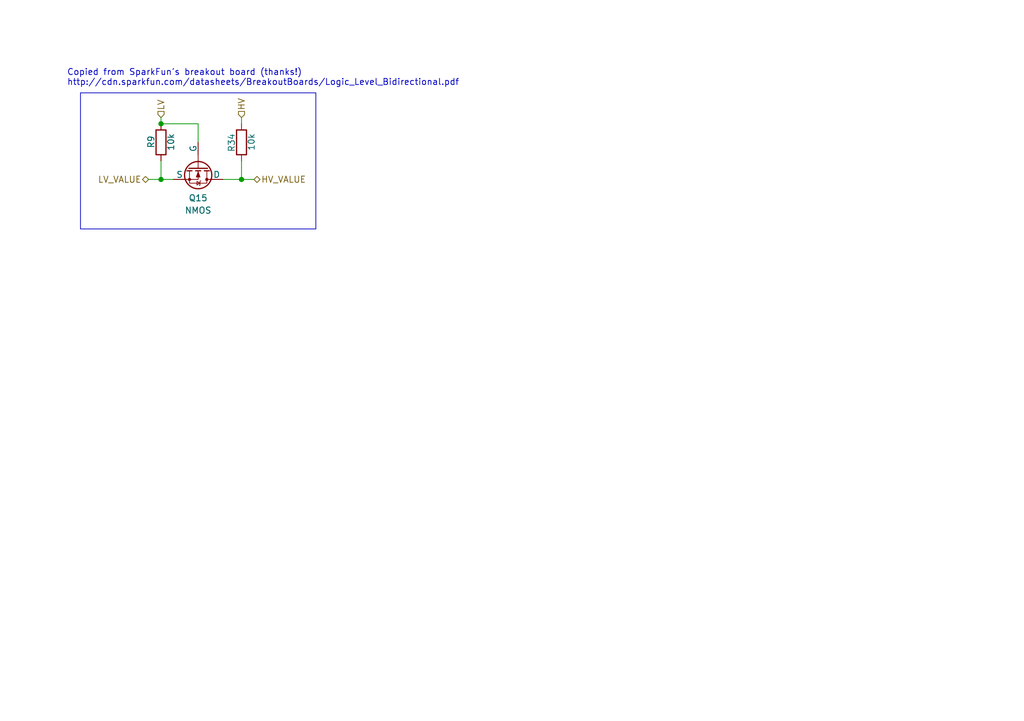
<source format=kicad_sch>
(kicad_sch
	(version 20231120)
	(generator "eeschema")
	(generator_version "8.0")
	(uuid "cfd96290-e4f6-46f2-9a50-011b40514ff5")
	(paper "A5")
	(lib_symbols
		(symbol "Device:R"
			(pin_numbers hide)
			(pin_names
				(offset 0)
			)
			(exclude_from_sim no)
			(in_bom yes)
			(on_board yes)
			(property "Reference" "R"
				(at 2.032 0 90)
				(effects
					(font
						(size 1.27 1.27)
					)
				)
			)
			(property "Value" "R"
				(at 0 0 90)
				(effects
					(font
						(size 1.27 1.27)
					)
				)
			)
			(property "Footprint" ""
				(at -1.778 0 90)
				(effects
					(font
						(size 1.27 1.27)
					)
					(hide yes)
				)
			)
			(property "Datasheet" "~"
				(at 0 0 0)
				(effects
					(font
						(size 1.27 1.27)
					)
					(hide yes)
				)
			)
			(property "Description" "Resistor"
				(at 0 0 0)
				(effects
					(font
						(size 1.27 1.27)
					)
					(hide yes)
				)
			)
			(property "ki_keywords" "R res resistor"
				(at 0 0 0)
				(effects
					(font
						(size 1.27 1.27)
					)
					(hide yes)
				)
			)
			(property "ki_fp_filters" "R_*"
				(at 0 0 0)
				(effects
					(font
						(size 1.27 1.27)
					)
					(hide yes)
				)
			)
			(symbol "R_0_1"
				(rectangle
					(start -1.016 -2.54)
					(end 1.016 2.54)
					(stroke
						(width 0.254)
						(type default)
					)
					(fill
						(type none)
					)
				)
			)
			(symbol "R_1_1"
				(pin passive line
					(at 0 3.81 270)
					(length 1.27)
					(name "~"
						(effects
							(font
								(size 1.27 1.27)
							)
						)
					)
					(number "1"
						(effects
							(font
								(size 1.27 1.27)
							)
						)
					)
				)
				(pin passive line
					(at 0 -3.81 90)
					(length 1.27)
					(name "~"
						(effects
							(font
								(size 1.27 1.27)
							)
						)
					)
					(number "2"
						(effects
							(font
								(size 1.27 1.27)
							)
						)
					)
				)
			)
		)
		(symbol "Simulation_SPICE:NMOS"
			(pin_numbers hide)
			(pin_names
				(offset 0)
			)
			(exclude_from_sim no)
			(in_bom yes)
			(on_board yes)
			(property "Reference" "Q"
				(at 5.08 1.27 0)
				(effects
					(font
						(size 1.27 1.27)
					)
					(justify left)
				)
			)
			(property "Value" "NMOS"
				(at 5.08 -1.27 0)
				(effects
					(font
						(size 1.27 1.27)
					)
					(justify left)
				)
			)
			(property "Footprint" ""
				(at 5.08 2.54 0)
				(effects
					(font
						(size 1.27 1.27)
					)
					(hide yes)
				)
			)
			(property "Datasheet" "https://ngspice.sourceforge.io/docs/ngspice-html-manual/manual.xhtml#cha_MOSFETs"
				(at 0 -12.7 0)
				(effects
					(font
						(size 1.27 1.27)
					)
					(hide yes)
				)
			)
			(property "Description" "N-MOSFET transistor, drain/source/gate"
				(at 0 0 0)
				(effects
					(font
						(size 1.27 1.27)
					)
					(hide yes)
				)
			)
			(property "Sim.Device" "NMOS"
				(at 0 -17.145 0)
				(effects
					(font
						(size 1.27 1.27)
					)
					(hide yes)
				)
			)
			(property "Sim.Type" "VDMOS"
				(at 0 -19.05 0)
				(effects
					(font
						(size 1.27 1.27)
					)
					(hide yes)
				)
			)
			(property "Sim.Pins" "1=D 2=G 3=S"
				(at 0 -15.24 0)
				(effects
					(font
						(size 1.27 1.27)
					)
					(hide yes)
				)
			)
			(property "ki_keywords" "transistor NMOS N-MOS N-MOSFET simulation"
				(at 0 0 0)
				(effects
					(font
						(size 1.27 1.27)
					)
					(hide yes)
				)
			)
			(symbol "NMOS_0_1"
				(polyline
					(pts
						(xy 0.254 0) (xy -2.54 0)
					)
					(stroke
						(width 0)
						(type default)
					)
					(fill
						(type none)
					)
				)
				(polyline
					(pts
						(xy 0.254 1.905) (xy 0.254 -1.905)
					)
					(stroke
						(width 0.254)
						(type default)
					)
					(fill
						(type none)
					)
				)
				(polyline
					(pts
						(xy 0.762 -1.27) (xy 0.762 -2.286)
					)
					(stroke
						(width 0.254)
						(type default)
					)
					(fill
						(type none)
					)
				)
				(polyline
					(pts
						(xy 0.762 0.508) (xy 0.762 -0.508)
					)
					(stroke
						(width 0.254)
						(type default)
					)
					(fill
						(type none)
					)
				)
				(polyline
					(pts
						(xy 0.762 2.286) (xy 0.762 1.27)
					)
					(stroke
						(width 0.254)
						(type default)
					)
					(fill
						(type none)
					)
				)
				(polyline
					(pts
						(xy 2.54 2.54) (xy 2.54 1.778)
					)
					(stroke
						(width 0)
						(type default)
					)
					(fill
						(type none)
					)
				)
				(polyline
					(pts
						(xy 2.54 -2.54) (xy 2.54 0) (xy 0.762 0)
					)
					(stroke
						(width 0)
						(type default)
					)
					(fill
						(type none)
					)
				)
				(polyline
					(pts
						(xy 0.762 -1.778) (xy 3.302 -1.778) (xy 3.302 1.778) (xy 0.762 1.778)
					)
					(stroke
						(width 0)
						(type default)
					)
					(fill
						(type none)
					)
				)
				(polyline
					(pts
						(xy 1.016 0) (xy 2.032 0.381) (xy 2.032 -0.381) (xy 1.016 0)
					)
					(stroke
						(width 0)
						(type default)
					)
					(fill
						(type outline)
					)
				)
				(polyline
					(pts
						(xy 2.794 0.508) (xy 2.921 0.381) (xy 3.683 0.381) (xy 3.81 0.254)
					)
					(stroke
						(width 0)
						(type default)
					)
					(fill
						(type none)
					)
				)
				(polyline
					(pts
						(xy 3.302 0.381) (xy 2.921 -0.254) (xy 3.683 -0.254) (xy 3.302 0.381)
					)
					(stroke
						(width 0)
						(type default)
					)
					(fill
						(type none)
					)
				)
				(circle
					(center 1.651 0)
					(radius 2.794)
					(stroke
						(width 0.254)
						(type default)
					)
					(fill
						(type none)
					)
				)
				(circle
					(center 2.54 -1.778)
					(radius 0.254)
					(stroke
						(width 0)
						(type default)
					)
					(fill
						(type outline)
					)
				)
				(circle
					(center 2.54 1.778)
					(radius 0.254)
					(stroke
						(width 0)
						(type default)
					)
					(fill
						(type outline)
					)
				)
			)
			(symbol "NMOS_1_1"
				(pin passive line
					(at 2.54 5.08 270)
					(length 2.54)
					(name "D"
						(effects
							(font
								(size 1.27 1.27)
							)
						)
					)
					(number "1"
						(effects
							(font
								(size 1.27 1.27)
							)
						)
					)
				)
				(pin input line
					(at -5.08 0 0)
					(length 2.54)
					(name "G"
						(effects
							(font
								(size 1.27 1.27)
							)
						)
					)
					(number "2"
						(effects
							(font
								(size 1.27 1.27)
							)
						)
					)
				)
				(pin passive line
					(at 2.54 -5.08 90)
					(length 2.54)
					(name "S"
						(effects
							(font
								(size 1.27 1.27)
							)
						)
					)
					(number "3"
						(effects
							(font
								(size 1.27 1.27)
							)
						)
					)
				)
			)
		)
	)
	(junction
		(at 33.02 36.83)
		(diameter 0)
		(color 0 0 0 0)
		(uuid "b9dba76c-229d-4e20-8563-ad13ef86fd53")
	)
	(junction
		(at 49.53 36.83)
		(diameter 0)
		(color 0 0 0 0)
		(uuid "c889ba78-84c4-4866-88d8-2d7688ffcac9")
	)
	(junction
		(at 33.02 25.4)
		(diameter 0)
		(color 0 0 0 0)
		(uuid "fe75ecd1-f481-44a2-b94f-7a95b21270dd")
	)
	(wire
		(pts
			(xy 33.02 25.4) (xy 33.02 24.13)
		)
		(stroke
			(width 0)
			(type default)
		)
		(uuid "055047d9-5c4e-4db2-92a3-f6b5e9653294")
	)
	(wire
		(pts
			(xy 49.53 24.13) (xy 49.53 25.4)
		)
		(stroke
			(width 0)
			(type default)
		)
		(uuid "22e9990b-c55e-447f-8ee4-be534659a1f4")
	)
	(wire
		(pts
			(xy 33.02 25.4) (xy 40.64 25.4)
		)
		(stroke
			(width 0)
			(type default)
		)
		(uuid "4d7eceb8-af00-4ce6-a9e2-b1cff827f247")
	)
	(wire
		(pts
			(xy 49.53 33.02) (xy 49.53 36.83)
		)
		(stroke
			(width 0)
			(type default)
		)
		(uuid "792fc30e-15b5-4665-8df8-fc845912697c")
	)
	(wire
		(pts
			(xy 33.02 36.83) (xy 35.56 36.83)
		)
		(stroke
			(width 0)
			(type default)
		)
		(uuid "934a880d-2e73-4363-9e3e-3b0b8a5389c9")
	)
	(wire
		(pts
			(xy 45.72 36.83) (xy 49.53 36.83)
		)
		(stroke
			(width 0)
			(type default)
		)
		(uuid "976f6ff3-9efb-40ab-885f-b71dc60f3667")
	)
	(wire
		(pts
			(xy 49.53 36.83) (xy 52.07 36.83)
		)
		(stroke
			(width 0)
			(type default)
		)
		(uuid "9ab431dc-feab-4950-9806-ab9f4d206e48")
	)
	(wire
		(pts
			(xy 30.48 36.83) (xy 33.02 36.83)
		)
		(stroke
			(width 0)
			(type default)
		)
		(uuid "b2af4da4-e046-4fc1-8e2e-da9f1b2044e5")
	)
	(wire
		(pts
			(xy 33.02 33.02) (xy 33.02 36.83)
		)
		(stroke
			(width 0)
			(type default)
		)
		(uuid "dda1d9a7-cdef-4dec-a530-848863c278dd")
	)
	(wire
		(pts
			(xy 40.64 25.4) (xy 40.64 29.21)
		)
		(stroke
			(width 0)
			(type default)
		)
		(uuid "f5865f06-ebd7-412a-8861-319568737151")
	)
	(rectangle
		(start 16.51 19.05)
		(end 64.77 46.99)
		(stroke
			(width 0)
			(type default)
		)
		(fill
			(type none)
		)
		(uuid 7669f768-6c09-43a5-9fd1-4cf0b7966e4b)
	)
	(text "Copied from SparkFun's breakout board (thanks!)\nhttp://cdn.sparkfun.com/datasheets/BreakoutBoards/Logic_Level_Bidirectional.pdf"
		(exclude_from_sim no)
		(at 13.716 16.002 0)
		(effects
			(font
				(size 1.27 1.27)
			)
			(justify left)
		)
		(uuid "54d75802-c6f6-4195-a493-35d331632563")
	)
	(hierarchical_label "LV_VALUE"
		(shape bidirectional)
		(at 30.48 36.83 180)
		(fields_autoplaced yes)
		(effects
			(font
				(size 1.27 1.27)
			)
			(justify right)
		)
		(uuid "38b9f7d2-4919-4838-8d25-8ddb027dc862")
	)
	(hierarchical_label "HV_VALUE"
		(shape bidirectional)
		(at 52.07 36.83 0)
		(fields_autoplaced yes)
		(effects
			(font
				(size 1.27 1.27)
			)
			(justify left)
		)
		(uuid "4c91adb0-f8db-422f-bd03-40ae2d5b15e9")
	)
	(hierarchical_label "HV"
		(shape input)
		(at 49.53 24.13 90)
		(fields_autoplaced yes)
		(effects
			(font
				(size 1.27 1.27)
			)
			(justify left)
		)
		(uuid "6057bbce-c0bd-4f78-860a-303b111b4561")
	)
	(hierarchical_label "LV"
		(shape input)
		(at 33.02 24.13 90)
		(fields_autoplaced yes)
		(effects
			(font
				(size 1.27 1.27)
			)
			(justify left)
		)
		(uuid "7645383b-22b4-4547-8c43-60bf82f64ec4")
	)
	(symbol
		(lib_id "Device:R")
		(at 49.53 29.21 0)
		(unit 1)
		(exclude_from_sim no)
		(in_bom yes)
		(on_board yes)
		(dnp no)
		(uuid "284f8891-1cf1-4540-b24c-ce421ae4944d")
		(property "Reference" "R34"
			(at 47.498 31.242 90)
			(effects
				(font
					(size 1.27 1.27)
				)
				(justify left)
			)
		)
		(property "Value" "10k"
			(at 51.562 30.988 90)
			(effects
				(font
					(size 1.27 1.27)
				)
				(justify left)
			)
		)
		(property "Footprint" "Resistor_SMD:R_0603_1608Metric"
			(at 47.752 29.21 90)
			(effects
				(font
					(size 1.27 1.27)
				)
				(hide yes)
			)
		)
		(property "Datasheet" "~"
			(at 49.53 29.21 0)
			(effects
				(font
					(size 1.27 1.27)
				)
				(hide yes)
			)
		)
		(property "Description" "Resistor"
			(at 49.53 29.21 0)
			(effects
				(font
					(size 1.27 1.27)
				)
				(hide yes)
			)
		)
		(pin "2"
			(uuid "4fb72253-72c3-4785-88ac-17c96a991ad3")
		)
		(pin "1"
			(uuid "0f343f3f-dd90-4e48-ad58-2ad984e4394b")
		)
		(instances
			(project "batak"
				(path "/e8de9c0d-e6fd-4cdb-92be-1a9310801f6a/0cd6cbc7-01b6-4924-a6d1-6da1d75a1473"
					(reference "R34")
					(unit 1)
				)
				(path "/e8de9c0d-e6fd-4cdb-92be-1a9310801f6a/cf25f261-5be6-4f83-b7e0-36de2687f00e"
					(reference "R36")
					(unit 1)
				)
			)
		)
	)
	(symbol
		(lib_id "Device:R")
		(at 33.02 29.21 0)
		(unit 1)
		(exclude_from_sim no)
		(in_bom yes)
		(on_board yes)
		(dnp no)
		(uuid "7f31016d-e0d9-4deb-b70d-8c34ff5adfb1")
		(property "Reference" "R9"
			(at 30.988 30.48 90)
			(effects
				(font
					(size 1.27 1.27)
				)
				(justify left)
			)
		)
		(property "Value" "10k"
			(at 35.052 30.988 90)
			(effects
				(font
					(size 1.27 1.27)
				)
				(justify left)
			)
		)
		(property "Footprint" "Resistor_SMD:R_0603_1608Metric"
			(at 31.242 29.21 90)
			(effects
				(font
					(size 1.27 1.27)
				)
				(hide yes)
			)
		)
		(property "Datasheet" "~"
			(at 33.02 29.21 0)
			(effects
				(font
					(size 1.27 1.27)
				)
				(hide yes)
			)
		)
		(property "Description" "Resistor"
			(at 33.02 29.21 0)
			(effects
				(font
					(size 1.27 1.27)
				)
				(hide yes)
			)
		)
		(pin "2"
			(uuid "357bc266-1fbf-4007-8ac4-97e6b0cddc33")
		)
		(pin "1"
			(uuid "94466073-0c56-447f-8e58-027f66f63890")
		)
		(instances
			(project "batak"
				(path "/e8de9c0d-e6fd-4cdb-92be-1a9310801f6a/0cd6cbc7-01b6-4924-a6d1-6da1d75a1473"
					(reference "R9")
					(unit 1)
				)
				(path "/e8de9c0d-e6fd-4cdb-92be-1a9310801f6a/cf25f261-5be6-4f83-b7e0-36de2687f00e"
					(reference "R35")
					(unit 1)
				)
			)
		)
	)
	(symbol
		(lib_id "Simulation_SPICE:NMOS")
		(at 40.64 34.29 270)
		(unit 1)
		(exclude_from_sim no)
		(in_bom yes)
		(on_board yes)
		(dnp no)
		(fields_autoplaced yes)
		(uuid "83dd3bb3-bebe-4422-a59f-51decf190574")
		(property "Reference" "Q15"
			(at 40.64 40.64 90)
			(effects
				(font
					(size 1.27 1.27)
				)
			)
		)
		(property "Value" "NMOS"
			(at 40.64 43.18 90)
			(effects
				(font
					(size 1.27 1.27)
				)
			)
		)
		(property "Footprint" "Package_TO_SOT_SMD:SOT-23"
			(at 43.18 39.37 0)
			(effects
				(font
					(size 1.27 1.27)
				)
				(hide yes)
			)
		)
		(property "Datasheet" "https://ngspice.sourceforge.io/docs/ngspice-html-manual/manual.xhtml#cha_MOSFETs"
			(at 27.94 34.29 0)
			(effects
				(font
					(size 1.27 1.27)
				)
				(hide yes)
			)
		)
		(property "Description" "N-MOSFET transistor, drain/source/gate"
			(at 40.64 34.29 0)
			(effects
				(font
					(size 1.27 1.27)
				)
				(hide yes)
			)
		)
		(property "Sim.Device" "NMOS"
			(at 23.495 34.29 0)
			(effects
				(font
					(size 1.27 1.27)
				)
				(hide yes)
			)
		)
		(property "Sim.Type" "VDMOS"
			(at 21.59 34.29 0)
			(effects
				(font
					(size 1.27 1.27)
				)
				(hide yes)
			)
		)
		(property "Sim.Pins" "1=D 2=G 3=S"
			(at 25.4 34.29 0)
			(effects
				(font
					(size 1.27 1.27)
				)
				(hide yes)
			)
		)
		(pin "2"
			(uuid "38c13121-bb3f-447a-ace2-34c4705863f5")
		)
		(pin "1"
			(uuid "7c138305-c6a7-4c67-a36d-882c4131e780")
		)
		(pin "3"
			(uuid "f2e0b209-694d-4c2e-8008-5555a8b7848b")
		)
		(instances
			(project "batak"
				(path "/e8de9c0d-e6fd-4cdb-92be-1a9310801f6a/0cd6cbc7-01b6-4924-a6d1-6da1d75a1473"
					(reference "Q15")
					(unit 1)
				)
				(path "/e8de9c0d-e6fd-4cdb-92be-1a9310801f6a/cf25f261-5be6-4f83-b7e0-36de2687f00e"
					(reference "Q16")
					(unit 1)
				)
			)
		)
	)
)

</source>
